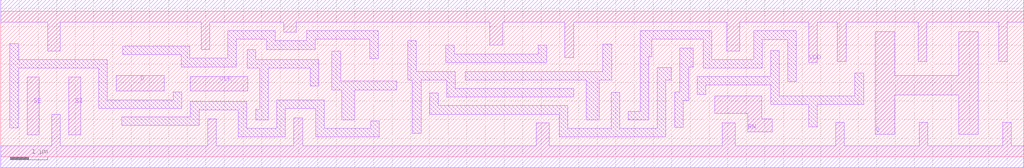
<source format=lef>
# Copyright 2022 GlobalFoundries PDK Authors
#
# Licensed under the Apache License, Version 2.0 (the "License");
# you may not use this file except in compliance with the License.
# You may obtain a copy of the License at
#
#      http://www.apache.org/licenses/LICENSE-2.0
#
# Unless required by applicable law or agreed to in writing, software
# distributed under the License is distributed on an "AS IS" BASIS,
# WITHOUT WARRANTIES OR CONDITIONS OF ANY KIND, either express or implied.
# See the License for the specific language governing permissions and
# limitations under the License.

MACRO gf180mcu_fd_sc_mcu7t5v0__sdffrnq_4
  CLASS core ;
  FOREIGN gf180mcu_fd_sc_mcu7t5v0__sdffrnq_4 0.0 0.0 ;
  ORIGIN 0 0 ;
  SYMMETRY X Y ;
  SITE GF018hv5v_mcu_sc7 ;
  SIZE 27.44 BY 3.92 ;
  PIN D
    DIRECTION INPUT ;
    ANTENNAGATEAREA 0.531 ;
    PORT
      LAYER Metal1 ;
        POLYGON 3.095 1.765 4.39 1.765 4.39 2.19 3.095 2.19  ;
    END
  END D
  PIN RN
    DIRECTION INPUT ;
    ANTENNAGATEAREA 1.315 ;
    PORT
      LAYER Metal1 ;
        POLYGON 19.155 1.17 20.035 1.17 20.035 0.665 20.7 0.665 20.7 1.02 20.41 1.02 20.41 1.635 19.155 1.635  ;
    END
  END RN
  PIN SE
    DIRECTION INPUT ;
    ANTENNAGATEAREA 1.062 ;
    PORT
      LAYER Metal1 ;
        POLYGON 0.705 0.595 1.03 0.595 1.03 2.15 0.705 2.15  ;
    END
  END SE
  PIN SI
    DIRECTION INPUT ;
    ANTENNAGATEAREA 0.531 ;
    PORT
      LAYER Metal1 ;
        POLYGON 1.825 0.595 2.15 0.595 2.15 2.15 1.825 2.15  ;
    END
  END SI
  PIN CLK
    DIRECTION INPUT ;
    USE clock ;
    ANTENNAGATEAREA 0.7415 ;
    PORT
      LAYER Metal1 ;
        POLYGON 5.09 1.765 6.63 1.765 6.63 2.155 5.09 2.155  ;
    END
  END CLK
  PIN Q
    DIRECTION OUTPUT ;
    ANTENNADIFFAREA 2.2275 ;
    PORT
      LAYER Metal1 ;
        POLYGON 23.46 0.6 23.98 0.6 23.98 1.66 25.7 1.66 25.7 0.6 26.22 0.6 26.22 3.36 25.7 3.36 25.7 2.18 23.98 2.18 23.98 3.36 23.46 3.36  ;
    END
  END Q
  PIN VDD
    DIRECTION INOUT ;
    USE power ;
    SHAPE ABUTMENT ;
    PORT
      LAYER Metal1 ;
        POLYGON 0 3.62 1.26 3.62 1.26 2.845 1.6 2.845 1.6 3.62 5.375 3.62 5.375 2.885 5.605 2.885 5.605 3.62 7.59 3.62 7.59 3.35 7.93 3.35 7.93 3.62 10.125 3.62 10.62 3.62 13.12 3.62 13.12 3 13.46 3 13.46 3.62 14.645 3.62 15.135 3.62 15.135 2.665 15.365 2.665 15.365 3.62 16.385 3.62 19.48 3.62 19.48 2.845 19.82 2.845 19.82 3.62 21.345 3.62 21.675 3.62 21.675 2.535 21.905 2.535 21.905 3.62 22.445 3.62 22.445 2.56 22.675 2.56 22.675 3.62 23.145 3.62 24.61 3.62 24.61 2.56 24.84 2.56 24.84 3.62 26.775 3.62 26.775 2.56 27.005 2.56 27.005 3.62 27.44 3.62 27.44 4.22 23.145 4.22 21.345 4.22 16.385 4.22 14.645 4.22 10.62 4.22 10.125 4.22 0 4.22  ;
    END
  END VDD
  PIN VSS
    DIRECTION INOUT ;
    USE ground ;
    SHAPE ABUTMENT ;
    PORT
      LAYER Metal1 ;
        POLYGON 0 -0.3 27.44 -0.3 27.44 0.3 27.105 0.3 27.105 0.925 26.875 0.925 26.875 0.3 24.865 0.3 24.865 0.925 24.635 0.925 24.635 0.3 22.625 0.3 22.625 0.925 22.395 0.925 22.395 0.3 19.7 0.3 19.7 0.915 19.36 0.915 19.36 0.3 14.71 0.3 14.71 0.915 14.37 0.915 14.37 0.3 8.095 0.3 8.095 1.045 7.865 1.045 7.865 0.3 5.78 0.3 5.78 1.025 5.55 1.025 5.55 0.3 1.595 0.3 1.595 1.14 1.365 1.14 1.365 0.3 0 0.3  ;
    END
  END VSS
  OBS
      LAYER Metal1 ;
        POLYGON 0.245 0.78 0.475 0.78 0.475 2.385 2.625 2.385 2.625 1.305 4.86 1.305 4.86 1.75 4.63 1.75 4.63 1.535 2.855 1.535 2.855 2.615 0.475 2.615 0.475 3.04 0.245 3.04  ;
        POLYGON 6.61 2.385 6.945 2.385 6.945 1.275 6.835 1.275 6.835 0.99 7.175 0.99 7.175 2.385 8.305 2.385 8.305 1.91 8.535 1.91 8.535 2.62 6.84 2.62 6.84 2.89 6.61 2.89  ;
        POLYGON 3.27 2.745 4.845 2.745 4.845 2.42 6.315 2.42 6.315 3.16 7.13 3.16 7.13 2.89 8.435 2.89 8.435 3.16 9.895 3.16 9.895 2.645 10.125 2.645 10.125 3.39 8.205 3.39 8.205 3.12 7.36 3.12 7.36 3.39 6.085 3.39 6.085 2.655 5.075 2.655 5.075 2.975 3.27 2.975  ;
        POLYGON 3.25 0.845 5.32 0.845 5.32 1.26 6.375 1.26 6.375 0.53 7.635 0.53 7.635 1.295 8.45 1.295 8.45 0.53 10.155 0.53 10.155 0.97 9.925 0.97 9.925 0.76 8.68 0.76 8.68 1.53 7.405 1.53 7.405 0.76 6.605 0.76 6.605 1.49 5.09 1.49 5.09 1.075 3.25 1.075  ;
        POLYGON 8.885 1.8 9.15 1.8 9.15 0.99 9.49 0.99 9.49 1.8 10.62 1.8 10.62 2.035 9.115 2.035 9.115 2.845 8.885 2.845  ;
        POLYGON 11.935 2.53 14.645 2.53 14.645 3.005 14.415 3.005 14.415 2.76 12.165 2.76 12.165 3.005 11.935 3.005  ;
        POLYGON 10.915 2.065 11.045 2.065 11.045 0.63 11.275 0.63 11.275 2.065 11.965 2.065 11.965 1.61 15.37 1.61 15.37 1.84 12.195 1.84 12.195 2.295 11.145 2.295 11.145 3.125 10.915 3.125  ;
        POLYGON 12.46 2.07 15.71 2.07 15.71 0.99 16.05 0.99 16.05 2.07 16.385 2.07 16.385 3.035 16.155 3.035 16.155 2.3 12.46 2.3  ;
        POLYGON 11.505 1.145 14.98 1.145 14.98 0.53 17.845 0.53 17.845 2.06 17.99 2.06 17.99 2.4 17.615 2.4 17.615 0.76 16.6 0.76 16.6 1.735 16.37 1.735 16.37 0.76 15.21 0.76 15.21 1.375 11.735 1.375 11.735 1.72 11.505 1.72  ;
        POLYGON 18.075 0.79 18.305 0.79 18.305 1.51 18.45 1.51 18.45 2.42 18.57 2.42 18.57 2.93 18.22 2.93 18.22 1.745 18.075 1.745  ;
        POLYGON 16.83 0.99 17.385 0.99 17.385 2.69 17.46 2.69 17.46 3.16 18.845 3.16 18.845 2.385 20.425 2.385 20.425 3.155 21.115 3.155 21.115 2.03 21.345 2.03 21.345 3.39 20.195 3.39 20.195 2.615 19.075 2.615 19.075 3.39 17.155 3.39 17.155 1.22 16.83 1.22  ;
        POLYGON 18.68 1.68 18.91 1.68 18.91 1.925 20.655 1.925 20.655 1.405 21.675 1.405 21.675 0.81 21.905 0.81 21.905 1.405 23.145 1.405 23.145 2.25 22.915 2.25 22.915 1.635 20.885 1.635 20.885 2.86 20.655 2.86 20.655 2.155 18.68 2.155  ;
  END
END gf180mcu_fd_sc_mcu7t5v0__sdffrnq_4

</source>
